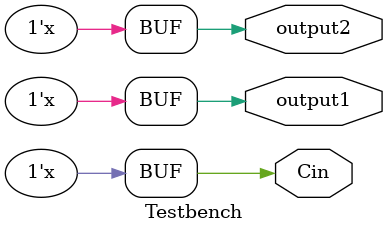
<source format=v>
`timescale 1ns / 1ps


module Testbench(
    output reg output1,
    output reg output2,
    output reg Cin
    );
    wire Sum,Cout;
   
    //½ÃÀÛÀº 0ºÎÅÍ ½ÃÀÛ 
    initial begin
    output1=0;
    output2 =0;
    Cin=0;
    #100;
    end
    
    
    always #(400) begin
    Cin =~Cin;
    end
    
    always #(200) begin
    output1 = ~output1;
    end
    
    always #(100) begin
    output2=~output2;
    end
   /* initial begin
    output2 =0;
    #200 output2=1;
    #200 output2=0;
    #200 output2=1;
    end
*/
endmodule

</source>
